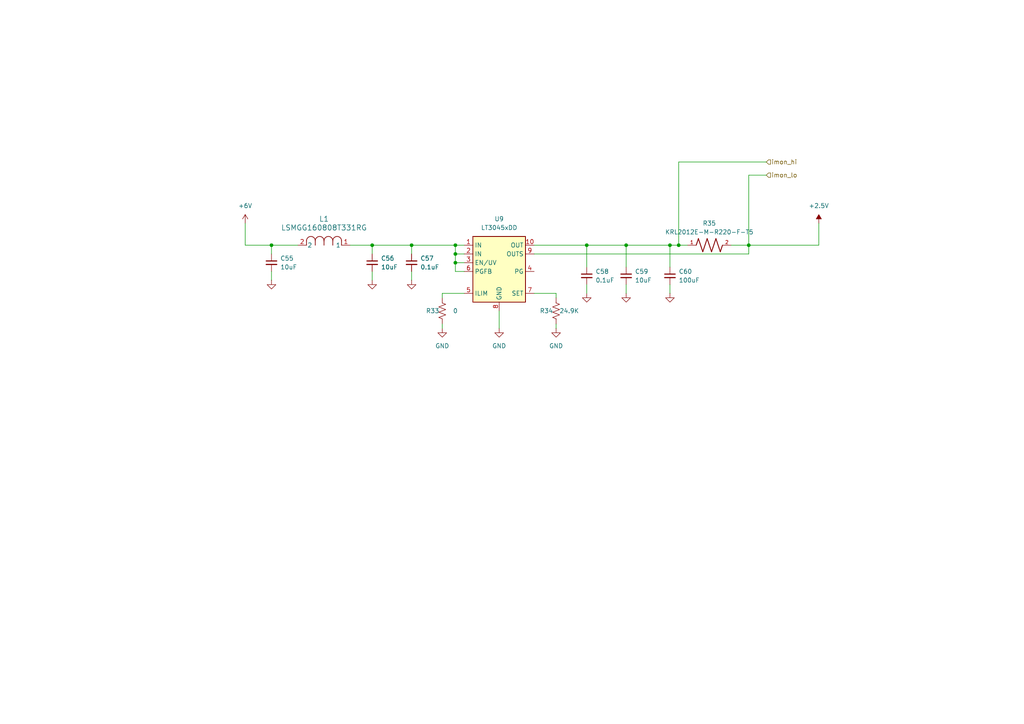
<source format=kicad_sch>
(kicad_sch (version 20250114) (generator "eeschema") (generator_version "9.0")
  (paper "A4")
  (lib_symbols
    (symbol "Device:C_Small" (pin_numbers (hide yes)) (pin_names (offset 0.254) (hide yes))
      (property "Reference" "C" (at 0.254 1.778 0))
      (property "Value" "C_Small" (at 0.254 -2.032 0))
      (symbol "C_Small_0_1"
        (polyline (pts (xy -1.524 0.508) (xy 1.524 0.508)) (stroke (width 0.3048)))
        (polyline (pts (xy -1.524 -0.508) (xy 1.524 -0.508)) (stroke (width 0.3302)))
      )
      (symbol "C_Small_1_1"
        (pin passive line (at 0 2.54 270) (length 2.032) (name "~") (number "1"))
        (pin passive line (at 0 -2.54 90) (length 2.032) (name "~") (number "2"))
      )
    )
    (symbol "Device:R_US" (pin_numbers (hide yes)) (pin_names (offset 0))
      (property "Reference" "R" (at 2.54 0 90))
      (property "Value" "R_US" (at -2.54 0 90))
      (symbol "R_US_0_1"
        (polyline (pts (xy 0 2.286) (xy 0 2.54)))
        (polyline (pts (xy 0 2.286) (xy 1.016 1.905) (xy 0 1.524) (xy -1.016 1.143) (xy 0 0.762)))
        (polyline (pts (xy 0 0.762) (xy 1.016 0.381) (xy 0 0) (xy -1.016 -0.381) (xy 0 -0.762)))
        (polyline (pts (xy 0 -0.762) (xy 1.016 -1.143) (xy 0 -1.524) (xy -1.016 -1.905) (xy 0 -2.286)))
        (polyline (pts (xy 0 -2.286) (xy 0 -2.54)))
      )
      (symbol "R_US_1_1"
        (pin passive line (at 0 3.81 270) (length 1.27) (name "~") (number "1"))
        (pin passive line (at 0 -3.81 90) (length 1.27) (name "~") (number "2"))
      )
    )
    (symbol "power:+6V" (power) (pin_numbers (hide yes)) (pin_names (offset 0) (hide yes))
      (property "Value" "+6V" (at 0 3.556 0))
      (symbol "+6V_0_1"
        (polyline (pts (xy -0.762 1.27) (xy 0 2.54)))
        (polyline (pts (xy 0 2.54) (xy 0.762 1.27)))
        (polyline (pts (xy 0 0) (xy 0 2.54)))
      )
      (symbol "+6V_1_1"
        (pin power_in line (at 0 0 90) (length 0) (name "~") (number "1"))
      )
    )
    (symbol "power:GND" (power) (pin_numbers (hide yes)) (pin_names (offset 0) (hide yes))
      (property "Value" "GND" (at 0 -3.81 0))
      (symbol "GND_0_1"
        (polyline (pts (xy 0 0) (xy 0 -1.27) (xy 1.27 -1.27) (xy 0 -2.54) (xy -1.27 -1.27) (xy 0 -1.27)))
      )
      (symbol "GND_1_1"
        (pin power_in line (at 0 0 270) (length 0) (name "~") (number "1"))
      )
    )
    (symbol "psc:+2.5V" (power) (pin_numbers (hide yes)) (pin_names (offset 0) (hide yes))
      (property "Value" "+2.5V" (at 0 3.556 0))
      (symbol "+2.5V_0_0"
        (pin power_in line (at 0 0 90) (length 0) (name "~") (number "1"))
      )
      (symbol "+2.5V_0_1"
        (polyline (pts (xy 0 0) (xy 0 1.27) (xy 0.762 1.27) (xy 0 2.54) (xy -0.762 1.27) (xy 0 1.27)) (fill (type outline)))
      )
    )
    (symbol "psc:KRL2012E-M-R220-F-T5" (pin_names (offset 1.016))
      (property "Reference" "R" (at -7.6244 2.5415 0))
      (property "Value" "KRL2012E-M-R220-F-T5" (at -10.414 -4.826 0))
      (symbol "KRL2012E-M-R220-F-T5_0_0"
        (polyline (pts (xy -5.08 0) (xy -4.445 1.905)) (stroke (width 0.254)))
        (polyline (pts (xy -4.445 1.905) (xy -3.175 -1.905)) (stroke (width 0.254)))
        (polyline (pts (xy -3.175 -1.905) (xy -1.905 1.905)) (stroke (width 0.254)))
        (polyline (pts (xy -1.905 1.905) (xy -0.635 -1.905)) (stroke (width 0.254)))
        (polyline (pts (xy -0.635 -1.905) (xy 0.635 1.905)) (stroke (width 0.254)))
        (polyline (pts (xy 0.635 1.905) (xy 1.905 -1.905)) (stroke (width 0.254)))
        (polyline (pts (xy 1.905 -1.905) (xy 2.54 0)) (stroke (width 0.254)))
      )
      (symbol "KRL2012E-M-R220-F-T5_1_0"
        (pin passive line (at -7.62 0 0) (length 2.54) (name "~") (number "1"))
        (pin passive line (at 5.08 0 180) (length 2.54) (name "~") (number "2"))
      )
    )
    (symbol "psc:LSMGG160808T331RG" (pin_names (offset 0.254))
      (property "Reference" "L" (at 6.985 5.08 0))
      (property "Value" "LSMGG160808T331RG" (at 6.985 -2.54 0))
      (symbol "LSMGG160808T331RG_1_1"
        (polyline (pts (xy 2.54 0) (xy 2.54 1.27)) (stroke (width 0.2032)))
        (arc (start 2.54 1.27) (mid 3.81 2.5344) (end 5.08 1.27) (stroke (width 0.2032)))
        (polyline (pts (xy 5.08 0) (xy 5.08 1.27)) (stroke (width 0.2032)))
        (arc (start 5.08 1.27) (mid 6.35 2.5344) (end 7.62 1.27) (stroke (width 0.2032)))
        (polyline (pts (xy 7.62 0) (xy 7.62 1.27)) (stroke (width 0.2032)))
        (arc (start 7.62 1.27) (mid 8.89 2.5344) (end 10.16 1.27) (stroke (width 0.2032)))
        (polyline (pts (xy 10.16 0) (xy 10.16 1.27)) (stroke (width 0.2032)))
        (arc (start 10.16 1.27) (mid 11.43 2.5344) (end 12.7 1.27) (stroke (width 0.2032)))
        (polyline (pts (xy 12.7 0) (xy 12.7 1.27)) (stroke (width 0.2032)))
        (pin unspecified line (at 0 0 0) (length 2.54) (name "2") (number "2"))
        (pin unspecified line (at 15.24 0 180) (length 2.54) (name "1") (number "1"))
      )
      (symbol "LSMGG160808T331RG_1_2"
        (arc (start -1.27 10.16) (mid -2.5344 11.43) (end -1.27 12.7) (stroke (width 0.2032)))
        (arc (start -1.27 7.62) (mid -2.5344 8.89) (end -1.27 10.16) (stroke (width 0.2032)))
        (arc (start -1.27 5.08) (mid -2.5344 6.35) (end -1.27 7.62) (stroke (width 0.2032)))
        (arc (start -1.27 2.54) (mid -2.5344 3.81) (end -1.27 5.08) (stroke (width 0.2032)))
        (polyline (pts (xy 0 12.7) (xy -1.27 12.7)) (stroke (width 0.2032)))
        (polyline (pts (xy 0 10.16) (xy -1.27 10.16)) (stroke (width 0.2032)))
        (polyline (pts (xy 0 7.62) (xy -1.27 7.62)) (stroke (width 0.2032)))
        (polyline (pts (xy 0 5.08) (xy -1.27 5.08)) (stroke (width 0.2032)))
        (polyline (pts (xy 0 2.54) (xy -1.27 2.54)) (stroke (width 0.2032)))
        (pin unspecified line (at 0 15.24 270) (length 2.54) (name "1") (number "1"))
        (pin unspecified line (at 0 0 90) (length 2.54) (name "2") (number "2"))
      )
    )
    (symbol "psc:LT3045xDD"
      (property "Reference" "U" (at -6.35 6.35 0))
      (property "Value" "LT3045xDD" (at 1.27 6.35 0))
      (symbol "LT3045xDD_0_1"
        (rectangle (start -7.62 5.08) (end 7.62 -13.97) (stroke (width 0.254)) (fill (type background)))
      )
      (symbol "LT3045xDD_1_1"
        (pin power_in line (at -10.16 2.54 0) (length 2.54) (name "IN") (number "1"))
        (pin passive line (at -10.16 2.54 0) (length 2.54) (hide yes) (name "IN") (number "2"))
        (pin power_in line (at -10.16 0 0) (length 2.54) (name "IN") (number "2"))
        (pin input line (at -10.16 -2.54 0) (length 2.54) (name "EN/UV") (number "3"))
        (pin input line (at -10.16 -5.08 0) (length 2.54) (name "PGFB") (number "6"))
        (pin passive line (at -10.16 -11.43 0) (length 2.54) (name "ILIM") (number "5"))
        (pin passive line (at 0 -16.51 90) (length 2.54) (hide yes) (name "GND") (number "11"))
        (pin power_in line (at 0 -16.51 90) (length 2.54) (name "GND") (number "8"))
        (pin power_out line (at 10.16 2.54 180) (length 2.54) (name "OUT") (number "10"))
        (pin input line (at 10.16 0 180) (length 2.54) (name "OUTS") (number "9"))
        (pin open_collector line (at 10.16 -5.08 180) (length 2.54) (name "PG") (number "4"))
        (pin passive line (at 10.16 -11.43 180) (length 2.54) (name "SET") (number "7"))
      )
    )
  )
  (junction (at 196.85 71.12))
  (junction (at 170.18 71.12))
  (junction (at 132.08 76.2))
  (junction (at 194.31 71.12))
  (junction (at 217.17 71.12))
  (junction (at 119.38 71.12))
  (junction (at 132.08 73.66))
  (junction (at 107.95 71.12))
  (junction (at 181.61 71.12))
  (junction (at 78.74 71.12))
  (junction (at 132.08 71.12))
  (wire (pts (xy 181.61 85.09) (xy 181.61 82.55)))
  (wire (pts (xy 119.38 71.12) (xy 132.08 71.12)))
  (wire (pts (xy 222.25 46.99) (xy 196.85 46.99)))
  (wire (pts (xy 170.18 71.12) (xy 181.61 71.12)))
  (wire (pts (xy 132.08 78.74) (xy 132.08 76.2)))
  (wire (pts (xy 154.94 85.09) (xy 161.29 85.09)))
  (wire (pts (xy 71.12 64.77) (xy 71.12 71.12)))
  (wire (pts (xy 128.27 95.25) (xy 128.27 93.98)))
  (wire (pts (xy 217.17 71.12) (xy 237.49 71.12)))
  (wire (pts (xy 101.6 71.12) (xy 107.95 71.12)))
  (wire (pts (xy 71.12 71.12) (xy 78.74 71.12)))
  (wire (pts (xy 194.31 71.12) (xy 196.85 71.12)))
  (wire (pts (xy 222.25 50.8) (xy 217.17 50.8)))
  (wire (pts (xy 170.18 85.09) (xy 170.18 82.55)))
  (wire (pts (xy 181.61 71.12) (xy 194.31 71.12)))
  (wire (pts (xy 134.62 76.2) (xy 132.08 76.2)))
  (wire (pts (xy 181.61 71.12) (xy 181.61 77.47)))
  (wire (pts (xy 119.38 81.28) (xy 119.38 78.74)))
  (wire (pts (xy 78.74 81.28) (xy 78.74 78.74)))
  (wire (pts (xy 154.94 71.12) (xy 170.18 71.12)))
  (wire (pts (xy 107.95 81.28) (xy 107.95 78.74)))
  (wire (pts (xy 132.08 71.12) (xy 134.62 71.12)))
  (wire (pts (xy 194.31 85.09) (xy 194.31 82.55)))
  (wire (pts (xy 128.27 85.09) (xy 128.27 86.36)))
  (wire (pts (xy 107.95 71.12) (xy 119.38 71.12)))
  (wire (pts (xy 217.17 71.12) (xy 212.09 71.12)))
  (wire (pts (xy 196.85 71.12) (xy 199.39 71.12)))
  (wire (pts (xy 161.29 95.25) (xy 161.29 93.98)))
  (wire (pts (xy 107.95 71.12) (xy 107.95 73.66)))
  (wire (pts (xy 144.78 90.17) (xy 144.78 95.25)))
  (wire (pts (xy 161.29 86.36) (xy 161.29 85.09)))
  (wire (pts (xy 134.62 73.66) (xy 132.08 73.66)))
  (wire (pts (xy 119.38 73.66) (xy 119.38 71.12)))
  (wire (pts (xy 237.49 64.77) (xy 237.49 71.12)))
  (wire (pts (xy 78.74 71.12) (xy 78.74 73.66)))
  (wire (pts (xy 154.94 73.66) (xy 217.17 73.66)))
  (wire (pts (xy 170.18 71.12) (xy 170.18 77.47)))
  (wire (pts (xy 132.08 76.2) (xy 132.08 73.66)))
  (wire (pts (xy 196.85 46.99) (xy 196.85 71.12)))
  (wire (pts (xy 132.08 73.66) (xy 132.08 71.12)))
  (wire (pts (xy 217.17 73.66) (xy 217.17 71.12)))
  (wire (pts (xy 217.17 50.8) (xy 217.17 71.12)))
  (wire (pts (xy 134.62 78.74) (xy 132.08 78.74)))
  (wire (pts (xy 78.74 71.12) (xy 86.36 71.12)))
  (wire (pts (xy 134.62 85.09) (xy 128.27 85.09)))
  (wire (pts (xy 194.31 71.12) (xy 194.31 77.47)))
  (hierarchical_label "imon_hi" (shape input) (at 222.25 46.99 0))
  (hierarchical_label "imon_lo" (shape input) (at 222.25 50.8 0))
  (symbol (lib_id "power:GND") (at 181.61 85.09 0) (unit 1)
    (property "Reference" "#PWR0135" (effects (hide yes)))
    (property "Value" "GND" (effects (hide yes)))
    (property "Description" "Power symbol creates a global label with name \"GND\" , ground" (effects (hide yes)))
  )
  (symbol (lib_id "Device:C_Small") (at 78.74 76.2 0) (unit 1)
    (property "Reference" "C55" (at 81.28 74.9362 0) (effects (justify left)))
    (property "Value" "10uF" (at 81.28 77.4762 0) (effects (justify left)))
    (property "Footprint" "Capacitor_SMD:C_0603_1608Metric" (effects (hide yes)))
    (property "Description" "Unpolarized capacitor, small symbol" (effects (hide yes)))
    (property "Voltage" "25V" (effects (hide yes)))
  )
  (symbol (lib_id "Device:C_Small") (at 194.31 80.01 0) (unit 1)
    (property "Reference" "C60" (at 196.85 78.7462 0) (effects (justify left)))
    (property "Value" "100uF" (at 196.85 81.2862 0) (effects (justify left)))
    (property "Footprint" "Capacitor_SMD:C_1206_3216Metric" (effects (hide yes)))
    (property "Description" "Unpolarized capacitor, small symbol" (effects (hide yes)))
    (property "Voltage" "10V" (effects (hide yes)))
  )
  (symbol (lib_id "Device:R_US") (at 128.27 90.17 0) (unit 1)
    (property "Reference" "R33" (at 125.476 90.17 0))
    (property "Value" "0" (at 132.08 90.17 0))
    (property "Footprint" "Resistor_SMD:R_0402_1005Metric" (effects (hide yes)))
    (property "Description" "Resistor, US symbol" (effects (hide yes)))
    (property "Tolerance" "1%" (effects (hide yes)))
  )
  (symbol (lib_id "psc:+2.5V") (at 237.49 64.77 0) (unit 1)
    (property "Reference" "#PWR0137" (effects (hide yes)))
    (property "Value" "+2.5V" (at 237.49 59.69 0))
    (property "Description" "Power symbol creates a global label with name \"-15V\"" (effects (hide yes)))
  )
  (symbol (lib_id "Device:C_Small") (at 170.18 80.01 0) (unit 1)
    (property "Reference" "C58" (at 172.72 78.7462 0) (effects (justify left)))
    (property "Value" "0.1uF" (at 172.72 81.2862 0) (effects (justify left)))
    (property "Footprint" "Capacitor_SMD:C_0402_1005Metric" (effects (hide yes)))
    (property "Description" "Unpolarized capacitor, small symbol" (effects (hide yes)))
  )
  (symbol (lib_id "power:GND") (at 170.18 85.09 0) (unit 1)
    (property "Reference" "#PWR0134" (effects (hide yes)))
    (property "Value" "GND" (effects (hide yes)))
    (property "Description" "Power symbol creates a global label with name \"GND\" , ground" (effects (hide yes)))
  )
  (symbol (lib_id "power:+6V") (at 71.12 64.77 0) (unit 1)
    (property "Reference" "#PWR0127" (effects (hide yes)))
    (property "Value" "+6V" (at 71.12 59.69 0))
    (property "Description" "Power symbol creates a global label with name \"+6V\"" (effects (hide yes)))
    (instances (project "" (path "" (reference "#PWR077") (unit 1)) (path "" (reference "#PWR0127") (unit 1))))
  )
  (symbol (lib_id "psc:LT3045xDD") (at 144.78 73.66 0) (unit 1)
    (property "Reference" "U14" (at 144.78 63.5 0))
    (property "Value" "LT3045xDD" (at 144.78 66.04 0))
    (property "Footprint" "Package_DFN_QFN:DFN-10-1EP_3x3mm_P0.5mm_EP1.65x2.38mm" (effects (hide yes)))
    (property "Datasheet" "https://www.analog.com/media/en/technical-documentation/data-sheets/3045fa.pdf" (effects (hide yes)))
    (property "Description" "500mA, Adjustable, Ultralow Noise, Ultrahigh PSRR Linear Regulator, DFN-10" (effects (hide yes)))
    (instances (project "" (path "" (reference "U9") (unit 1)) (path "" (reference "U14") (unit 1))))
  )
  (symbol (lib_id "Device:C_Small") (at 107.95 76.2 0) (unit 1)
    (property "Reference" "C56" (at 110.49 74.9362 0) (effects (justify left)))
    (property "Value" "10uF" (at 110.49 77.4762 0) (effects (justify left)))
    (property "Footprint" "Capacitor_SMD:C_0603_1608Metric" (effects (hide yes)))
    (property "Description" "Unpolarized capacitor, small symbol" (effects (hide yes)))
    (property "Voltage" "25V" (effects (hide yes)))
  )
  (symbol (lib_id "Device:C_Small") (at 181.61 80.01 0) (unit 1)
    (property "Reference" "C59" (at 184.15 78.7462 0) (effects (justify left)))
    (property "Value" "10uF" (at 184.15 81.2862 0) (effects (justify left)))
    (property "Footprint" "Capacitor_SMD:C_0603_1608Metric" (effects (hide yes)))
    (property "Description" "Unpolarized capacitor, small symbol" (effects (hide yes)))
    (property "Voltage" "25V" (effects (hide yes)))
  )
  (symbol (lib_id "Device:C_Small") (at 119.38 76.2 0) (unit 1)
    (property "Reference" "C57" (at 121.92 74.9362 0) (effects (justify left)))
    (property "Value" "0.1uF" (at 121.92 77.4762 0) (effects (justify left)))
    (property "Footprint" "Capacitor_SMD:C_0402_1005Metric" (effects (hide yes)))
    (property "Description" "Unpolarized capacitor, small symbol" (effects (hide yes)))
  )
  (symbol (lib_id "psc:KRL2012E-M-R220-F-T5") (at 207.01 71.12 0) (unit 1)
    (property "Reference" "R35" (at 205.74 64.77 0))
    (property "Value" "KRL2012E-M-R220-F-T5" (at 205.74 67.31 0))
    (property "Footprint" "myparts:RESC1220X70N" (effects (hide yes)))
  )
  (symbol (lib_id "power:GND") (at 78.74 81.28 0) (unit 1)
    (property "Reference" "#PWR0128" (effects (hide yes)))
    (property "Value" "GND" (effects (hide yes)))
    (property "Description" "Power symbol creates a global label with name \"GND\" , ground" (effects (hide yes)))
  )
  (symbol (lib_id "psc:LSMGG160808T331RG") (at 86.36 71.12 0) (unit 1)
    (property "Reference" "L5" (at 93.98 63.5 0) (effects (font (size 1.524 1.524))))
    (property "Value" "LSMGG160808T331RG" (at 93.98 66.04 0) (effects (font (size 1.524 1.524))))
    (property "Footprint" "myparts:IND_LSMG_160808_TAY" (effects (hide yes)))
    (property "Datasheet" "LSMGG160808T331RG" (effects (hide yes)))
    (instances (project "" (path "" (reference "L1") (unit 1)) (path "" (reference "L5") (unit 1))))
  )
  (symbol (lib_id "power:GND") (at 161.29 95.25 0) (unit 1)
    (property "Reference" "#PWR0133" (effects (hide yes)))
    (property "Value" "GND" (at 161.29 100.33 0))
    (property "Description" "Power symbol creates a global label with name \"GND\" , ground" (effects (hide yes)))
  )
  (symbol (lib_id "power:GND") (at 194.31 85.09 0) (unit 1)
    (property "Reference" "#PWR0136" (effects (hide yes)))
    (property "Value" "GND" (effects (hide yes)))
    (property "Description" "Power symbol creates a global label with name \"GND\" , ground" (effects (hide yes)))
  )
  (symbol (lib_id "power:GND") (at 107.95 81.28 0) (unit 1)
    (property "Reference" "#PWR0129" (effects (hide yes)))
    (property "Value" "GND" (effects (hide yes)))
    (property "Description" "Power symbol creates a global label with name \"GND\" , ground" (effects (hide yes)))
  )
  (symbol (lib_id "power:GND") (at 119.38 81.28 0) (unit 1)
    (property "Reference" "#PWR0130" (effects (hide yes)))
    (property "Value" "GND" (effects (hide yes)))
    (property "Description" "Power symbol creates a global label with name \"GND\" , ground" (effects (hide yes)))
  )
  (symbol (lib_id "power:GND") (at 144.78 95.25 0) (unit 1)
    (property "Reference" "#PWR0132" (effects (hide yes)))
    (property "Value" "GND" (at 144.78 100.33 0))
    (property "Description" "Power symbol creates a global label with name \"GND\" , ground" (effects (hide yes)))
    (instances (project "" (path "" (reference "#PWR071") (unit 1)) (path "" (reference "#PWR0132") (unit 1))))
  )
  (symbol (lib_id "Device:R_US") (at 161.29 90.17 0) (unit 1)
    (property "Reference" "R34" (at 158.496 90.17 0))
    (property "Value" "24.9K" (at 165.1 90.17 0))
    (property "Footprint" "Resistor_SMD:R_0402_1005Metric" (effects (hide yes)))
    (property "Description" "Resistor, US symbol" (effects (hide yes)))
    (property "Tolerance" "1%" (effects (hide yes)))
  )
  (symbol (lib_id "power:GND") (at 128.27 95.25 0) (unit 1)
    (property "Reference" "#PWR0131" (effects (hide yes)))
    (property "Value" "GND" (at 128.27 100.33 0))
    (property "Description" "Power symbol creates a global label with name \"GND\" , ground" (effects (hide yes)))
  )
)
</source>
